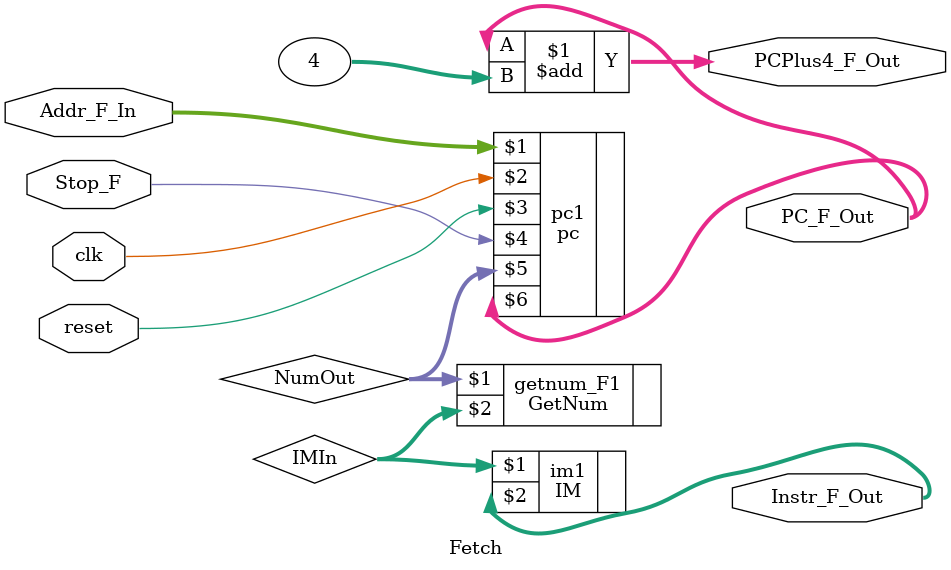
<source format=v>
`timescale 1ns / 1ps
module Fetch(
    input [31:0] Addr_F_In,
	 input clk,
	 input reset,
	 input Stop_F,
	 output [31:0] Instr_F_Out,
	 output [31:0] PC_F_Out,
	 output [31:0] PCPlus4_F_Out
    );
wire [31:0] NumOut;
wire [11:0] IMIn;
pc pc1(Addr_F_In,clk,reset,Stop_F,NumOut,PC_F_Out);
GetNum getnum_F1(NumOut,IMIn);
IM im1(IMIn,Instr_F_Out);
assign PCPlus4_F_Out=PC_F_Out+32'h00000004;
endmodule

</source>
